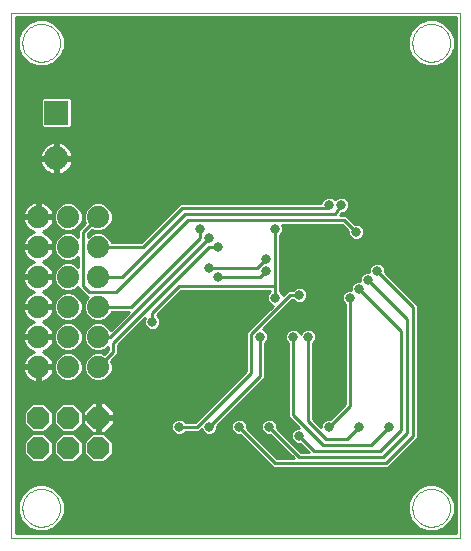
<source format=gbl>
G75*
G70*
%OFA0B0*%
%FSLAX24Y24*%
%IPPOS*%
%LPD*%
%AMOC8*
5,1,8,0,0,1.08239X$1,22.5*
%
%ADD10C,0.0000*%
%ADD11OC8,0.0740*%
%ADD12C,0.0740*%
%ADD13R,0.0800X0.0800*%
%ADD14C,0.0800*%
%ADD15C,0.0100*%
%ADD16C,0.0317*%
D10*
X000450Y000550D02*
X000450Y018046D01*
X015420Y018046D01*
X015420Y000550D01*
X000450Y000550D01*
X000820Y001550D02*
X000822Y001600D01*
X000828Y001650D01*
X000838Y001699D01*
X000852Y001747D01*
X000869Y001794D01*
X000890Y001839D01*
X000915Y001883D01*
X000943Y001924D01*
X000975Y001963D01*
X001009Y002000D01*
X001046Y002034D01*
X001086Y002064D01*
X001128Y002091D01*
X001172Y002115D01*
X001218Y002136D01*
X001265Y002152D01*
X001313Y002165D01*
X001363Y002174D01*
X001412Y002179D01*
X001463Y002180D01*
X001513Y002177D01*
X001562Y002170D01*
X001611Y002159D01*
X001659Y002144D01*
X001705Y002126D01*
X001750Y002104D01*
X001793Y002078D01*
X001834Y002049D01*
X001873Y002017D01*
X001909Y001982D01*
X001941Y001944D01*
X001971Y001904D01*
X001998Y001861D01*
X002021Y001817D01*
X002040Y001771D01*
X002056Y001723D01*
X002068Y001674D01*
X002076Y001625D01*
X002080Y001575D01*
X002080Y001525D01*
X002076Y001475D01*
X002068Y001426D01*
X002056Y001377D01*
X002040Y001329D01*
X002021Y001283D01*
X001998Y001239D01*
X001971Y001196D01*
X001941Y001156D01*
X001909Y001118D01*
X001873Y001083D01*
X001834Y001051D01*
X001793Y001022D01*
X001750Y000996D01*
X001705Y000974D01*
X001659Y000956D01*
X001611Y000941D01*
X001562Y000930D01*
X001513Y000923D01*
X001463Y000920D01*
X001412Y000921D01*
X001363Y000926D01*
X001313Y000935D01*
X001265Y000948D01*
X001218Y000964D01*
X001172Y000985D01*
X001128Y001009D01*
X001086Y001036D01*
X001046Y001066D01*
X001009Y001100D01*
X000975Y001137D01*
X000943Y001176D01*
X000915Y001217D01*
X000890Y001261D01*
X000869Y001306D01*
X000852Y001353D01*
X000838Y001401D01*
X000828Y001450D01*
X000822Y001500D01*
X000820Y001550D01*
X000820Y017050D02*
X000822Y017100D01*
X000828Y017150D01*
X000838Y017199D01*
X000852Y017247D01*
X000869Y017294D01*
X000890Y017339D01*
X000915Y017383D01*
X000943Y017424D01*
X000975Y017463D01*
X001009Y017500D01*
X001046Y017534D01*
X001086Y017564D01*
X001128Y017591D01*
X001172Y017615D01*
X001218Y017636D01*
X001265Y017652D01*
X001313Y017665D01*
X001363Y017674D01*
X001412Y017679D01*
X001463Y017680D01*
X001513Y017677D01*
X001562Y017670D01*
X001611Y017659D01*
X001659Y017644D01*
X001705Y017626D01*
X001750Y017604D01*
X001793Y017578D01*
X001834Y017549D01*
X001873Y017517D01*
X001909Y017482D01*
X001941Y017444D01*
X001971Y017404D01*
X001998Y017361D01*
X002021Y017317D01*
X002040Y017271D01*
X002056Y017223D01*
X002068Y017174D01*
X002076Y017125D01*
X002080Y017075D01*
X002080Y017025D01*
X002076Y016975D01*
X002068Y016926D01*
X002056Y016877D01*
X002040Y016829D01*
X002021Y016783D01*
X001998Y016739D01*
X001971Y016696D01*
X001941Y016656D01*
X001909Y016618D01*
X001873Y016583D01*
X001834Y016551D01*
X001793Y016522D01*
X001750Y016496D01*
X001705Y016474D01*
X001659Y016456D01*
X001611Y016441D01*
X001562Y016430D01*
X001513Y016423D01*
X001463Y016420D01*
X001412Y016421D01*
X001363Y016426D01*
X001313Y016435D01*
X001265Y016448D01*
X001218Y016464D01*
X001172Y016485D01*
X001128Y016509D01*
X001086Y016536D01*
X001046Y016566D01*
X001009Y016600D01*
X000975Y016637D01*
X000943Y016676D01*
X000915Y016717D01*
X000890Y016761D01*
X000869Y016806D01*
X000852Y016853D01*
X000838Y016901D01*
X000828Y016950D01*
X000822Y017000D01*
X000820Y017050D01*
X013820Y017050D02*
X013822Y017100D01*
X013828Y017150D01*
X013838Y017199D01*
X013852Y017247D01*
X013869Y017294D01*
X013890Y017339D01*
X013915Y017383D01*
X013943Y017424D01*
X013975Y017463D01*
X014009Y017500D01*
X014046Y017534D01*
X014086Y017564D01*
X014128Y017591D01*
X014172Y017615D01*
X014218Y017636D01*
X014265Y017652D01*
X014313Y017665D01*
X014363Y017674D01*
X014412Y017679D01*
X014463Y017680D01*
X014513Y017677D01*
X014562Y017670D01*
X014611Y017659D01*
X014659Y017644D01*
X014705Y017626D01*
X014750Y017604D01*
X014793Y017578D01*
X014834Y017549D01*
X014873Y017517D01*
X014909Y017482D01*
X014941Y017444D01*
X014971Y017404D01*
X014998Y017361D01*
X015021Y017317D01*
X015040Y017271D01*
X015056Y017223D01*
X015068Y017174D01*
X015076Y017125D01*
X015080Y017075D01*
X015080Y017025D01*
X015076Y016975D01*
X015068Y016926D01*
X015056Y016877D01*
X015040Y016829D01*
X015021Y016783D01*
X014998Y016739D01*
X014971Y016696D01*
X014941Y016656D01*
X014909Y016618D01*
X014873Y016583D01*
X014834Y016551D01*
X014793Y016522D01*
X014750Y016496D01*
X014705Y016474D01*
X014659Y016456D01*
X014611Y016441D01*
X014562Y016430D01*
X014513Y016423D01*
X014463Y016420D01*
X014412Y016421D01*
X014363Y016426D01*
X014313Y016435D01*
X014265Y016448D01*
X014218Y016464D01*
X014172Y016485D01*
X014128Y016509D01*
X014086Y016536D01*
X014046Y016566D01*
X014009Y016600D01*
X013975Y016637D01*
X013943Y016676D01*
X013915Y016717D01*
X013890Y016761D01*
X013869Y016806D01*
X013852Y016853D01*
X013838Y016901D01*
X013828Y016950D01*
X013822Y017000D01*
X013820Y017050D01*
X013820Y001550D02*
X013822Y001600D01*
X013828Y001650D01*
X013838Y001699D01*
X013852Y001747D01*
X013869Y001794D01*
X013890Y001839D01*
X013915Y001883D01*
X013943Y001924D01*
X013975Y001963D01*
X014009Y002000D01*
X014046Y002034D01*
X014086Y002064D01*
X014128Y002091D01*
X014172Y002115D01*
X014218Y002136D01*
X014265Y002152D01*
X014313Y002165D01*
X014363Y002174D01*
X014412Y002179D01*
X014463Y002180D01*
X014513Y002177D01*
X014562Y002170D01*
X014611Y002159D01*
X014659Y002144D01*
X014705Y002126D01*
X014750Y002104D01*
X014793Y002078D01*
X014834Y002049D01*
X014873Y002017D01*
X014909Y001982D01*
X014941Y001944D01*
X014971Y001904D01*
X014998Y001861D01*
X015021Y001817D01*
X015040Y001771D01*
X015056Y001723D01*
X015068Y001674D01*
X015076Y001625D01*
X015080Y001575D01*
X015080Y001525D01*
X015076Y001475D01*
X015068Y001426D01*
X015056Y001377D01*
X015040Y001329D01*
X015021Y001283D01*
X014998Y001239D01*
X014971Y001196D01*
X014941Y001156D01*
X014909Y001118D01*
X014873Y001083D01*
X014834Y001051D01*
X014793Y001022D01*
X014750Y000996D01*
X014705Y000974D01*
X014659Y000956D01*
X014611Y000941D01*
X014562Y000930D01*
X014513Y000923D01*
X014463Y000920D01*
X014412Y000921D01*
X014363Y000926D01*
X014313Y000935D01*
X014265Y000948D01*
X014218Y000964D01*
X014172Y000985D01*
X014128Y001009D01*
X014086Y001036D01*
X014046Y001066D01*
X014009Y001100D01*
X013975Y001137D01*
X013943Y001176D01*
X013915Y001217D01*
X013890Y001261D01*
X013869Y001306D01*
X013852Y001353D01*
X013838Y001401D01*
X013828Y001450D01*
X013822Y001500D01*
X013820Y001550D01*
D11*
X003350Y003550D03*
X003350Y004550D03*
X002350Y004550D03*
X002350Y003550D03*
X001350Y003550D03*
X001350Y004550D03*
D12*
X001350Y006250D03*
X001350Y007250D03*
X001350Y008250D03*
X001350Y009250D03*
X001350Y010250D03*
X001350Y011250D03*
X002350Y011250D03*
X002350Y010250D03*
X002350Y009250D03*
X002350Y008250D03*
X002350Y007250D03*
X002350Y006250D03*
X003350Y006250D03*
X003350Y007250D03*
X003350Y008250D03*
X003350Y009250D03*
X003350Y010250D03*
X003350Y011250D03*
D13*
X001950Y014720D03*
D14*
X001950Y013202D03*
D15*
X002000Y013158D02*
X015270Y013158D01*
X015270Y013060D02*
X002482Y013060D01*
X002486Y013073D02*
X002499Y013152D01*
X002000Y013152D01*
X002000Y012653D01*
X002079Y012666D01*
X002161Y012692D01*
X002238Y012732D01*
X002308Y012783D01*
X002370Y012844D01*
X002420Y012914D01*
X002460Y012991D01*
X002486Y013073D01*
X002444Y012961D02*
X015270Y012961D01*
X015270Y012863D02*
X002383Y012863D01*
X002283Y012764D02*
X015270Y012764D01*
X015270Y012666D02*
X002078Y012666D01*
X002000Y012666D02*
X001900Y012666D01*
X001900Y012653D02*
X001900Y013152D01*
X002000Y013152D01*
X002000Y013252D01*
X002499Y013252D01*
X002486Y013331D01*
X002460Y013413D01*
X002420Y013490D01*
X002370Y013560D01*
X002308Y013622D01*
X002238Y013672D01*
X002161Y013712D01*
X002079Y013739D01*
X002000Y013751D01*
X002000Y013252D01*
X001900Y013252D01*
X001900Y013152D01*
X001401Y013152D01*
X001414Y013073D01*
X001440Y012991D01*
X001480Y012914D01*
X001530Y012844D01*
X001592Y012783D01*
X001662Y012732D01*
X001739Y012692D01*
X001821Y012666D01*
X001900Y012653D01*
X001822Y012666D02*
X000600Y012666D01*
X000600Y012764D02*
X001617Y012764D01*
X001517Y012863D02*
X000600Y012863D01*
X000600Y012961D02*
X001456Y012961D01*
X001418Y013060D02*
X000600Y013060D01*
X000600Y013158D02*
X001900Y013158D01*
X001900Y013252D02*
X001401Y013252D01*
X001414Y013331D01*
X001440Y013413D01*
X001480Y013490D01*
X001530Y013560D01*
X001592Y013622D01*
X001662Y013672D01*
X001739Y013712D01*
X001821Y013739D01*
X001900Y013751D01*
X001900Y013252D01*
X001900Y013257D02*
X002000Y013257D01*
X002000Y013355D02*
X001900Y013355D01*
X001900Y013454D02*
X002000Y013454D01*
X002000Y013552D02*
X001900Y013552D01*
X001900Y013651D02*
X002000Y013651D01*
X002000Y013749D02*
X001900Y013749D01*
X001888Y013749D02*
X000600Y013749D01*
X000600Y013651D02*
X001632Y013651D01*
X001524Y013552D02*
X000600Y013552D01*
X000600Y013454D02*
X001461Y013454D01*
X001421Y013355D02*
X000600Y013355D01*
X000600Y013257D02*
X001402Y013257D01*
X001900Y013060D02*
X002000Y013060D01*
X002000Y012961D02*
X001900Y012961D01*
X001900Y012863D02*
X002000Y012863D01*
X002000Y012764D02*
X001900Y012764D01*
X002498Y013257D02*
X015270Y013257D01*
X015270Y013355D02*
X002479Y013355D01*
X002439Y013454D02*
X015270Y013454D01*
X015270Y013552D02*
X002376Y013552D01*
X002268Y013651D02*
X015270Y013651D01*
X015270Y013749D02*
X002012Y013749D01*
X002396Y014210D02*
X002460Y014274D01*
X002460Y015166D01*
X002396Y015230D01*
X001504Y015230D01*
X001440Y015166D01*
X001440Y014274D01*
X001504Y014210D01*
X002396Y014210D01*
X002427Y014242D02*
X015270Y014242D01*
X015270Y014340D02*
X002460Y014340D01*
X002460Y014439D02*
X015270Y014439D01*
X015270Y014537D02*
X002460Y014537D01*
X002460Y014636D02*
X015270Y014636D01*
X015270Y014734D02*
X002460Y014734D01*
X002460Y014833D02*
X015270Y014833D01*
X015270Y014931D02*
X002460Y014931D01*
X002460Y015030D02*
X015270Y015030D01*
X015270Y015128D02*
X002460Y015128D01*
X002399Y015227D02*
X015270Y015227D01*
X015270Y015325D02*
X000600Y015325D01*
X000600Y015227D02*
X001501Y015227D01*
X001440Y015128D02*
X000600Y015128D01*
X000600Y015030D02*
X001440Y015030D01*
X001440Y014931D02*
X000600Y014931D01*
X000600Y014833D02*
X001440Y014833D01*
X001440Y014734D02*
X000600Y014734D01*
X000600Y014636D02*
X001440Y014636D01*
X001440Y014537D02*
X000600Y014537D01*
X000600Y014439D02*
X001440Y014439D01*
X001440Y014340D02*
X000600Y014340D01*
X000600Y014242D02*
X001473Y014242D01*
X000600Y014143D02*
X015270Y014143D01*
X015270Y014045D02*
X000600Y014045D01*
X000600Y013946D02*
X015270Y013946D01*
X015270Y013848D02*
X000600Y013848D01*
X000600Y012567D02*
X015270Y012567D01*
X015270Y012469D02*
X000600Y012469D01*
X000600Y012370D02*
X015270Y012370D01*
X015270Y012272D02*
X000600Y012272D01*
X000600Y012173D02*
X015270Y012173D01*
X015270Y012075D02*
X000600Y012075D01*
X000600Y011976D02*
X015270Y011976D01*
X015270Y011878D02*
X011602Y011878D01*
X011503Y011918D01*
X011397Y011918D01*
X011298Y011878D01*
X011250Y011830D01*
X011202Y011878D01*
X011103Y011918D01*
X010997Y011918D01*
X010898Y011878D01*
X010822Y011802D01*
X010784Y011710D01*
X006084Y011710D01*
X005990Y011616D01*
X004784Y010410D01*
X003803Y010410D01*
X003757Y010522D01*
X003622Y010657D01*
X003445Y010730D01*
X003255Y010730D01*
X003078Y010657D01*
X003010Y010589D01*
X003010Y010684D01*
X003143Y010816D01*
X003255Y010770D01*
X003445Y010770D01*
X003622Y010843D01*
X003757Y010978D01*
X003830Y011155D01*
X003830Y011345D01*
X003757Y011522D01*
X003622Y011657D01*
X003445Y011730D01*
X003255Y011730D01*
X003078Y011657D01*
X002943Y011522D01*
X002870Y011345D01*
X002870Y011155D01*
X002916Y011043D01*
X002784Y010910D01*
X002690Y010816D01*
X002690Y010589D01*
X002622Y010657D01*
X002445Y010730D01*
X002255Y010730D01*
X002078Y010657D01*
X001943Y010522D01*
X001870Y010345D01*
X001870Y010155D01*
X001943Y009978D01*
X002078Y009843D01*
X002255Y009770D01*
X002445Y009770D01*
X002622Y009843D01*
X002690Y009911D01*
X002690Y009589D01*
X002622Y009657D01*
X002445Y009730D01*
X002255Y009730D01*
X002078Y009657D01*
X001943Y009522D01*
X001870Y009345D01*
X001870Y009155D01*
X001943Y008978D01*
X002078Y008843D01*
X002255Y008770D01*
X002445Y008770D01*
X002622Y008843D01*
X002690Y008911D01*
X002690Y008884D01*
X002890Y008684D01*
X002984Y008590D01*
X003011Y008590D01*
X002943Y008522D01*
X002870Y008345D01*
X002870Y008155D01*
X002943Y007978D01*
X003078Y007843D01*
X003255Y007770D01*
X003445Y007770D01*
X003622Y007843D01*
X003757Y007978D01*
X003803Y008090D01*
X004364Y008090D01*
X003768Y007495D01*
X003757Y007522D01*
X003622Y007657D01*
X003445Y007730D01*
X003255Y007730D01*
X003078Y007657D01*
X002943Y007522D01*
X002870Y007345D01*
X002870Y007155D01*
X002943Y006978D01*
X003078Y006843D01*
X003255Y006770D01*
X003445Y006770D01*
X003622Y006843D01*
X003690Y006911D01*
X003690Y006816D01*
X003557Y006684D01*
X003445Y006730D01*
X003255Y006730D01*
X003078Y006657D01*
X002943Y006522D01*
X002870Y006345D01*
X002870Y006155D01*
X002943Y005978D01*
X003078Y005843D01*
X003255Y005770D01*
X003445Y005770D01*
X003622Y005843D01*
X003757Y005978D01*
X003830Y006155D01*
X003830Y006345D01*
X003784Y006457D01*
X004010Y006684D01*
X004010Y006984D01*
X004918Y007892D01*
X004882Y007803D01*
X004882Y007697D01*
X004922Y007598D01*
X004998Y007522D01*
X005097Y007482D01*
X005203Y007482D01*
X005302Y007522D01*
X005378Y007598D01*
X005418Y007697D01*
X005418Y007803D01*
X005378Y007902D01*
X005310Y007970D01*
X005310Y007984D01*
X006116Y008790D01*
X009090Y008790D01*
X009090Y008770D01*
X009022Y008702D01*
X008982Y008603D01*
X008982Y008497D01*
X009022Y008398D01*
X009098Y008322D01*
X009167Y008294D01*
X008290Y007416D01*
X008290Y006116D01*
X006584Y004410D01*
X006270Y004410D01*
X006202Y004478D01*
X006103Y004518D01*
X005997Y004518D01*
X005898Y004478D01*
X005822Y004402D01*
X005782Y004303D01*
X005782Y004197D01*
X005822Y004098D01*
X005898Y004022D01*
X005997Y003982D01*
X006103Y003982D01*
X006202Y004022D01*
X006270Y004090D01*
X006716Y004090D01*
X006794Y004167D01*
X006822Y004098D01*
X006898Y004022D01*
X006997Y003982D01*
X007103Y003982D01*
X007202Y004022D01*
X007278Y004098D01*
X007318Y004197D01*
X007318Y004292D01*
X008910Y005884D01*
X008910Y007030D01*
X008978Y007098D01*
X009018Y007197D01*
X009018Y007303D01*
X008978Y007402D01*
X008902Y007478D01*
X008833Y007506D01*
X009816Y008490D01*
X009830Y008490D01*
X009898Y008422D01*
X009997Y008382D01*
X010103Y008382D01*
X010202Y008422D01*
X010278Y008498D01*
X010318Y008597D01*
X010318Y008703D01*
X010278Y008802D01*
X010202Y008878D01*
X010103Y008918D01*
X009997Y008918D01*
X009898Y008878D01*
X009830Y008810D01*
X009684Y008810D01*
X009590Y008716D01*
X009506Y008633D01*
X009478Y008702D01*
X009410Y008770D01*
X009410Y010630D01*
X009478Y010698D01*
X009518Y010797D01*
X009518Y010903D01*
X009483Y010990D01*
X011484Y010990D01*
X011682Y010792D01*
X011682Y010697D01*
X011722Y010598D01*
X011798Y010522D01*
X011897Y010482D01*
X012003Y010482D01*
X012102Y010522D01*
X012178Y010598D01*
X012218Y010697D01*
X012218Y010803D01*
X012178Y010902D01*
X012102Y010978D01*
X012003Y011018D01*
X011908Y011018D01*
X011710Y011216D01*
X011710Y011216D01*
X011616Y011310D01*
X011416Y011310D01*
X011463Y011382D01*
X011503Y011382D01*
X011602Y011422D01*
X011678Y011498D01*
X011718Y011597D01*
X011718Y011703D01*
X011678Y011802D01*
X011602Y011878D01*
X011687Y011779D02*
X015270Y011779D01*
X015270Y011681D02*
X011718Y011681D01*
X011712Y011582D02*
X015270Y011582D01*
X015270Y011484D02*
X011663Y011484D01*
X011512Y011385D02*
X015270Y011385D01*
X015270Y011287D02*
X011640Y011287D01*
X011738Y011188D02*
X015270Y011188D01*
X015270Y011090D02*
X011837Y011090D01*
X012070Y010991D02*
X015270Y010991D01*
X015270Y010893D02*
X012182Y010893D01*
X012218Y010794D02*
X015270Y010794D01*
X015270Y010696D02*
X012218Y010696D01*
X012177Y010597D02*
X015270Y010597D01*
X015270Y010499D02*
X012044Y010499D01*
X011856Y010499D02*
X009410Y010499D01*
X009410Y010597D02*
X011723Y010597D01*
X011682Y010696D02*
X009475Y010696D01*
X009517Y010794D02*
X011680Y010794D01*
X011581Y010893D02*
X009518Y010893D01*
X009250Y010850D02*
X009250Y008950D01*
X006050Y008950D01*
X005150Y008050D01*
X005150Y007750D01*
X005342Y007938D02*
X008811Y007938D01*
X008910Y008036D02*
X005362Y008036D01*
X005461Y008135D02*
X009008Y008135D01*
X009107Y008233D02*
X005559Y008233D01*
X005658Y008332D02*
X009089Y008332D01*
X009009Y008430D02*
X005756Y008430D01*
X005855Y008529D02*
X008982Y008529D01*
X008991Y008627D02*
X005953Y008627D01*
X006052Y008726D02*
X009046Y008726D01*
X009250Y008550D02*
X009250Y008950D01*
X009410Y008923D02*
X011789Y008923D01*
X011782Y008903D02*
X011782Y008818D01*
X011697Y008818D01*
X011598Y008778D01*
X011522Y008702D01*
X011482Y008603D01*
X011482Y008497D01*
X011522Y008398D01*
X011590Y008330D01*
X011590Y005016D01*
X011092Y004518D01*
X010997Y004518D01*
X010898Y004478D01*
X010822Y004402D01*
X010782Y004303D01*
X010782Y004245D01*
X010510Y004516D01*
X010510Y007030D01*
X010578Y007098D01*
X010618Y007197D01*
X010618Y007303D01*
X010578Y007402D01*
X010502Y007478D01*
X010403Y007518D01*
X010297Y007518D01*
X010198Y007478D01*
X010122Y007402D01*
X010100Y007348D01*
X010078Y007402D01*
X010002Y007478D01*
X009903Y007518D01*
X009797Y007518D01*
X009698Y007478D01*
X009622Y007402D01*
X009582Y007303D01*
X009582Y007197D01*
X009622Y007098D01*
X009690Y007030D01*
X009690Y004584D01*
X010055Y004218D01*
X009997Y004218D01*
X009898Y004178D01*
X009822Y004102D01*
X009782Y004003D01*
X009782Y003897D01*
X009822Y003798D01*
X009898Y003722D01*
X009997Y003682D01*
X010092Y003682D01*
X010364Y003410D01*
X010116Y003410D01*
X009318Y004208D01*
X009318Y004303D01*
X009278Y004402D01*
X009202Y004478D01*
X009103Y004518D01*
X008997Y004518D01*
X008898Y004478D01*
X008822Y004402D01*
X008782Y004303D01*
X008782Y004197D01*
X008822Y004098D01*
X008898Y004022D01*
X008997Y003982D01*
X009092Y003982D01*
X009864Y003210D01*
X009316Y003210D01*
X008318Y004208D01*
X008318Y004303D01*
X008278Y004402D01*
X008202Y004478D01*
X008103Y004518D01*
X007997Y004518D01*
X007898Y004478D01*
X007822Y004402D01*
X007782Y004303D01*
X007782Y004197D01*
X007822Y004098D01*
X007898Y004022D01*
X007997Y003982D01*
X008092Y003982D01*
X009184Y002890D01*
X013016Y002890D01*
X013110Y002984D01*
X014010Y003884D01*
X014010Y008316D01*
X013916Y008410D01*
X012918Y009408D01*
X012918Y009503D01*
X012878Y009602D01*
X012802Y009678D01*
X012703Y009718D01*
X012597Y009718D01*
X012498Y009678D01*
X012422Y009602D01*
X012382Y009503D01*
X012382Y009418D01*
X012297Y009418D01*
X012198Y009378D01*
X012122Y009302D01*
X012082Y009203D01*
X012082Y009118D01*
X011997Y009118D01*
X011898Y009078D01*
X011822Y009002D01*
X011782Y008903D01*
X011782Y008824D02*
X010256Y008824D01*
X010309Y008726D02*
X011546Y008726D01*
X011491Y008627D02*
X010318Y008627D01*
X010290Y008529D02*
X011482Y008529D01*
X011509Y008430D02*
X010210Y008430D01*
X010050Y008650D02*
X009750Y008650D01*
X008450Y007350D01*
X008450Y006050D01*
X006650Y004250D01*
X006050Y004250D01*
X005958Y003998D02*
X003581Y003998D01*
X003565Y004030D02*
X003870Y004335D01*
X003870Y004500D01*
X003400Y004500D01*
X003400Y004600D01*
X003870Y004600D01*
X003870Y004765D01*
X003565Y005070D01*
X003400Y005070D01*
X003400Y004600D01*
X003300Y004600D01*
X003300Y005070D01*
X003135Y005070D01*
X002830Y004765D01*
X002830Y004600D01*
X003300Y004600D01*
X003300Y004500D01*
X003400Y004500D01*
X003400Y004030D01*
X003565Y004030D01*
X003549Y004030D02*
X003151Y004030D01*
X002870Y003749D01*
X002870Y003351D01*
X003151Y003070D01*
X003549Y003070D01*
X003830Y003351D01*
X003830Y003749D01*
X003549Y004030D01*
X003631Y004096D02*
X005824Y004096D01*
X005782Y004195D02*
X003730Y004195D01*
X003828Y004293D02*
X005782Y004293D01*
X005818Y004392D02*
X003870Y004392D01*
X003870Y004490D02*
X005928Y004490D01*
X006172Y004490D02*
X006664Y004490D01*
X006762Y004589D02*
X003400Y004589D01*
X003400Y004687D02*
X003300Y004687D01*
X003300Y004589D02*
X002830Y004589D01*
X002830Y004500D02*
X002830Y004335D01*
X003135Y004030D01*
X003300Y004030D01*
X003300Y004500D01*
X002830Y004500D01*
X002830Y004490D02*
X002830Y004490D01*
X002830Y004392D02*
X002830Y004392D01*
X002830Y004351D02*
X002549Y004070D01*
X002151Y004070D01*
X001870Y004351D01*
X001870Y004749D01*
X002151Y005030D01*
X002549Y005030D01*
X002830Y004749D01*
X002830Y004351D01*
X002872Y004293D02*
X002772Y004293D01*
X002673Y004195D02*
X002970Y004195D01*
X003069Y004096D02*
X002575Y004096D01*
X002549Y004030D02*
X002151Y004030D01*
X001870Y003749D01*
X001870Y003351D01*
X002151Y003070D01*
X002549Y003070D01*
X002830Y003351D01*
X002830Y003749D01*
X002549Y004030D01*
X002581Y003998D02*
X003119Y003998D01*
X003020Y003899D02*
X002680Y003899D01*
X002778Y003801D02*
X002922Y003801D01*
X002870Y003702D02*
X002830Y003702D01*
X002830Y003604D02*
X002870Y003604D01*
X002870Y003505D02*
X002830Y003505D01*
X002830Y003407D02*
X002870Y003407D01*
X002913Y003308D02*
X002787Y003308D01*
X002688Y003210D02*
X003012Y003210D01*
X003110Y003111D02*
X002590Y003111D01*
X002110Y003111D02*
X001590Y003111D01*
X001549Y003070D02*
X001830Y003351D01*
X001830Y003749D01*
X001549Y004030D01*
X001151Y004030D01*
X000870Y003749D01*
X000870Y003351D01*
X001151Y003070D01*
X001549Y003070D01*
X001688Y003210D02*
X002012Y003210D01*
X001913Y003308D02*
X001787Y003308D01*
X001830Y003407D02*
X001870Y003407D01*
X001870Y003505D02*
X001830Y003505D01*
X001830Y003604D02*
X001870Y003604D01*
X001870Y003702D02*
X001830Y003702D01*
X001778Y003801D02*
X001922Y003801D01*
X002020Y003899D02*
X001680Y003899D01*
X001581Y003998D02*
X002119Y003998D01*
X002125Y004096D02*
X001575Y004096D01*
X001549Y004070D02*
X001830Y004351D01*
X001830Y004749D01*
X001549Y005030D01*
X001151Y005030D01*
X000870Y004749D01*
X000870Y004351D01*
X001151Y004070D01*
X001549Y004070D01*
X001673Y004195D02*
X002027Y004195D01*
X001928Y004293D02*
X001772Y004293D01*
X001830Y004392D02*
X001870Y004392D01*
X001870Y004490D02*
X001830Y004490D01*
X001830Y004589D02*
X001870Y004589D01*
X001870Y004687D02*
X001830Y004687D01*
X001793Y004786D02*
X001907Y004786D01*
X002005Y004884D02*
X001695Y004884D01*
X001596Y004983D02*
X002104Y004983D01*
X002596Y004983D02*
X003047Y004983D01*
X002949Y004884D02*
X002695Y004884D01*
X002793Y004786D02*
X002850Y004786D01*
X002830Y004687D02*
X002830Y004687D01*
X003300Y004786D02*
X003400Y004786D01*
X003400Y004884D02*
X003300Y004884D01*
X003300Y004983D02*
X003400Y004983D01*
X003653Y004983D02*
X007156Y004983D01*
X007255Y005081D02*
X000600Y005081D01*
X000600Y004983D02*
X001104Y004983D01*
X001005Y004884D02*
X000600Y004884D01*
X000600Y004786D02*
X000907Y004786D01*
X000870Y004687D02*
X000600Y004687D01*
X000600Y004589D02*
X000870Y004589D01*
X000870Y004490D02*
X000600Y004490D01*
X000600Y004392D02*
X000870Y004392D01*
X000928Y004293D02*
X000600Y004293D01*
X000600Y004195D02*
X001027Y004195D01*
X001125Y004096D02*
X000600Y004096D01*
X000600Y003998D02*
X001119Y003998D01*
X001020Y003899D02*
X000600Y003899D01*
X000600Y003801D02*
X000922Y003801D01*
X000870Y003702D02*
X000600Y003702D01*
X000600Y003604D02*
X000870Y003604D01*
X000870Y003505D02*
X000600Y003505D01*
X000600Y003407D02*
X000870Y003407D01*
X000913Y003308D02*
X000600Y003308D01*
X000600Y003210D02*
X001012Y003210D01*
X001110Y003111D02*
X000600Y003111D01*
X000600Y003013D02*
X009061Y003013D01*
X008963Y003111D02*
X003590Y003111D01*
X003688Y003210D02*
X008864Y003210D01*
X008766Y003308D02*
X003787Y003308D01*
X003830Y003407D02*
X008667Y003407D01*
X008569Y003505D02*
X003830Y003505D01*
X003830Y003604D02*
X008470Y003604D01*
X008372Y003702D02*
X003830Y003702D01*
X003778Y003801D02*
X008273Y003801D01*
X008175Y003899D02*
X003680Y003899D01*
X003400Y004096D02*
X003300Y004096D01*
X003300Y004195D02*
X003400Y004195D01*
X003400Y004293D02*
X003300Y004293D01*
X003300Y004392D02*
X003400Y004392D01*
X003400Y004490D02*
X003300Y004490D01*
X003751Y004884D02*
X007058Y004884D01*
X006959Y004786D02*
X003850Y004786D01*
X003870Y004687D02*
X006861Y004687D01*
X007050Y004250D02*
X008750Y005950D01*
X008750Y007250D01*
X009018Y007248D02*
X009582Y007248D01*
X009599Y007347D02*
X009001Y007347D01*
X008935Y007445D02*
X009665Y007445D01*
X009850Y007250D02*
X009850Y004650D01*
X010850Y003650D01*
X012450Y003650D01*
X013050Y004250D01*
X013450Y004150D02*
X013450Y007450D01*
X012050Y008850D01*
X011841Y009021D02*
X009410Y009021D01*
X009410Y009120D02*
X012082Y009120D01*
X012088Y009218D02*
X009410Y009218D01*
X009410Y009317D02*
X012137Y009317D01*
X012288Y009415D02*
X009410Y009415D01*
X009410Y009514D02*
X012386Y009514D01*
X012432Y009612D02*
X009410Y009612D01*
X009410Y009711D02*
X012578Y009711D01*
X012722Y009711D02*
X015270Y009711D01*
X015270Y009809D02*
X009410Y009809D01*
X009410Y009908D02*
X015270Y009908D01*
X015270Y010006D02*
X009410Y010006D01*
X009410Y010105D02*
X015270Y010105D01*
X015270Y010203D02*
X009410Y010203D01*
X009410Y010302D02*
X015270Y010302D01*
X015270Y010400D02*
X009410Y010400D01*
X008950Y009850D02*
X008650Y009550D01*
X007050Y009550D01*
X007350Y009250D02*
X008750Y009250D01*
X008950Y009450D01*
X009410Y008824D02*
X009844Y008824D01*
X009599Y008726D02*
X009454Y008726D01*
X009756Y008430D02*
X009890Y008430D01*
X009658Y008332D02*
X011589Y008332D01*
X011590Y008233D02*
X009559Y008233D01*
X009461Y008135D02*
X011590Y008135D01*
X011590Y008036D02*
X009362Y008036D01*
X009264Y007938D02*
X011590Y007938D01*
X011590Y007839D02*
X009165Y007839D01*
X009067Y007741D02*
X011590Y007741D01*
X011590Y007642D02*
X008968Y007642D01*
X008870Y007544D02*
X011590Y007544D01*
X011590Y007445D02*
X010535Y007445D01*
X010601Y007347D02*
X011590Y007347D01*
X011590Y007248D02*
X010618Y007248D01*
X010599Y007150D02*
X011590Y007150D01*
X011590Y007051D02*
X010531Y007051D01*
X010510Y006953D02*
X011590Y006953D01*
X011590Y006854D02*
X010510Y006854D01*
X010510Y006756D02*
X011590Y006756D01*
X011590Y006657D02*
X010510Y006657D01*
X010510Y006559D02*
X011590Y006559D01*
X011590Y006460D02*
X010510Y006460D01*
X010510Y006362D02*
X011590Y006362D01*
X011590Y006263D02*
X010510Y006263D01*
X010510Y006165D02*
X011590Y006165D01*
X011590Y006066D02*
X010510Y006066D01*
X010510Y005968D02*
X011590Y005968D01*
X011590Y005869D02*
X010510Y005869D01*
X010510Y005771D02*
X011590Y005771D01*
X011590Y005672D02*
X010510Y005672D01*
X010510Y005574D02*
X011590Y005574D01*
X011590Y005475D02*
X010510Y005475D01*
X010510Y005377D02*
X011590Y005377D01*
X011590Y005278D02*
X010510Y005278D01*
X010510Y005180D02*
X011590Y005180D01*
X011590Y005081D02*
X010510Y005081D01*
X010510Y004983D02*
X011556Y004983D01*
X011458Y004884D02*
X010510Y004884D01*
X010510Y004786D02*
X011359Y004786D01*
X011261Y004687D02*
X010510Y004687D01*
X010510Y004589D02*
X011162Y004589D01*
X010928Y004490D02*
X010536Y004490D01*
X010635Y004392D02*
X010818Y004392D01*
X010782Y004293D02*
X010733Y004293D01*
X011050Y004250D02*
X011750Y004950D01*
X011750Y008550D01*
X012350Y009150D02*
X013650Y007850D01*
X013650Y004050D01*
X012850Y003250D01*
X010050Y003250D01*
X009050Y004250D01*
X008958Y003998D02*
X008529Y003998D01*
X008430Y004096D02*
X008824Y004096D01*
X008782Y004195D02*
X008332Y004195D01*
X008318Y004293D02*
X008782Y004293D01*
X008818Y004392D02*
X008282Y004392D01*
X008172Y004490D02*
X008928Y004490D01*
X009172Y004490D02*
X009784Y004490D01*
X009690Y004589D02*
X007615Y004589D01*
X007713Y004687D02*
X009690Y004687D01*
X009690Y004786D02*
X007812Y004786D01*
X007910Y004884D02*
X009690Y004884D01*
X009690Y004983D02*
X008009Y004983D01*
X008107Y005081D02*
X009690Y005081D01*
X009690Y005180D02*
X008206Y005180D01*
X008304Y005278D02*
X009690Y005278D01*
X009690Y005377D02*
X008403Y005377D01*
X008501Y005475D02*
X009690Y005475D01*
X009690Y005574D02*
X008600Y005574D01*
X008698Y005672D02*
X009690Y005672D01*
X009690Y005771D02*
X008797Y005771D01*
X008895Y005869D02*
X009690Y005869D01*
X009690Y005968D02*
X008910Y005968D01*
X008910Y006066D02*
X009690Y006066D01*
X009690Y006165D02*
X008910Y006165D01*
X008910Y006263D02*
X009690Y006263D01*
X009690Y006362D02*
X008910Y006362D01*
X008910Y006460D02*
X009690Y006460D01*
X009690Y006559D02*
X008910Y006559D01*
X008910Y006657D02*
X009690Y006657D01*
X009690Y006756D02*
X008910Y006756D01*
X008910Y006854D02*
X009690Y006854D01*
X009690Y006953D02*
X008910Y006953D01*
X008931Y007051D02*
X009669Y007051D01*
X009601Y007150D02*
X008999Y007150D01*
X008516Y007642D02*
X005396Y007642D01*
X005418Y007741D02*
X008614Y007741D01*
X008713Y007839D02*
X005404Y007839D01*
X005323Y007544D02*
X008417Y007544D01*
X008319Y007445D02*
X004471Y007445D01*
X004373Y007347D02*
X008290Y007347D01*
X008290Y007248D02*
X004274Y007248D01*
X004176Y007150D02*
X008290Y007150D01*
X008290Y007051D02*
X004077Y007051D01*
X004010Y006953D02*
X008290Y006953D01*
X008290Y006854D02*
X004010Y006854D01*
X004010Y006756D02*
X008290Y006756D01*
X008290Y006657D02*
X003983Y006657D01*
X003885Y006559D02*
X008290Y006559D01*
X008290Y006460D02*
X003786Y006460D01*
X003823Y006362D02*
X008290Y006362D01*
X008290Y006263D02*
X003830Y006263D01*
X003830Y006165D02*
X008290Y006165D01*
X008240Y006066D02*
X003793Y006066D01*
X003746Y005968D02*
X008141Y005968D01*
X008043Y005869D02*
X003648Y005869D01*
X003447Y005771D02*
X007944Y005771D01*
X007846Y005672D02*
X000600Y005672D01*
X000600Y005574D02*
X007747Y005574D01*
X007649Y005475D02*
X000600Y005475D01*
X000600Y005377D02*
X007550Y005377D01*
X007452Y005278D02*
X000600Y005278D01*
X000600Y005180D02*
X007353Y005180D01*
X007516Y004490D02*
X007928Y004490D01*
X007818Y004392D02*
X007418Y004392D01*
X007319Y004293D02*
X007782Y004293D01*
X007782Y004195D02*
X007318Y004195D01*
X007276Y004096D02*
X007824Y004096D01*
X007958Y003998D02*
X007142Y003998D01*
X006958Y003998D02*
X006142Y003998D01*
X006722Y004096D02*
X006824Y004096D01*
X008050Y004250D02*
X009250Y003050D01*
X012950Y003050D01*
X013850Y003950D01*
X013850Y008250D01*
X012650Y009450D01*
X012868Y009612D02*
X015270Y009612D01*
X015270Y009514D02*
X012914Y009514D01*
X012918Y009415D02*
X015270Y009415D01*
X015270Y009317D02*
X013010Y009317D01*
X013108Y009218D02*
X015270Y009218D01*
X015270Y009120D02*
X013207Y009120D01*
X013305Y009021D02*
X015270Y009021D01*
X015270Y008923D02*
X013404Y008923D01*
X013502Y008824D02*
X015270Y008824D01*
X015270Y008726D02*
X013601Y008726D01*
X013699Y008627D02*
X015270Y008627D01*
X015270Y008529D02*
X013798Y008529D01*
X013896Y008430D02*
X015270Y008430D01*
X015270Y008332D02*
X013995Y008332D01*
X014010Y008233D02*
X015270Y008233D01*
X015270Y008135D02*
X014010Y008135D01*
X014010Y008036D02*
X015270Y008036D01*
X015270Y007938D02*
X014010Y007938D01*
X014010Y007839D02*
X015270Y007839D01*
X015270Y007741D02*
X014010Y007741D01*
X014010Y007642D02*
X015270Y007642D01*
X015270Y007544D02*
X014010Y007544D01*
X014010Y007445D02*
X015270Y007445D01*
X015270Y007347D02*
X014010Y007347D01*
X014010Y007248D02*
X015270Y007248D01*
X015270Y007150D02*
X014010Y007150D01*
X014010Y007051D02*
X015270Y007051D01*
X015270Y006953D02*
X014010Y006953D01*
X014010Y006854D02*
X015270Y006854D01*
X015270Y006756D02*
X014010Y006756D01*
X014010Y006657D02*
X015270Y006657D01*
X015270Y006559D02*
X014010Y006559D01*
X014010Y006460D02*
X015270Y006460D01*
X015270Y006362D02*
X014010Y006362D01*
X014010Y006263D02*
X015270Y006263D01*
X015270Y006165D02*
X014010Y006165D01*
X014010Y006066D02*
X015270Y006066D01*
X015270Y005968D02*
X014010Y005968D01*
X014010Y005869D02*
X015270Y005869D01*
X015270Y005771D02*
X014010Y005771D01*
X014010Y005672D02*
X015270Y005672D01*
X015270Y005574D02*
X014010Y005574D01*
X014010Y005475D02*
X015270Y005475D01*
X015270Y005377D02*
X014010Y005377D01*
X014010Y005278D02*
X015270Y005278D01*
X015270Y005180D02*
X014010Y005180D01*
X014010Y005081D02*
X015270Y005081D01*
X015270Y004983D02*
X014010Y004983D01*
X014010Y004884D02*
X015270Y004884D01*
X015270Y004786D02*
X014010Y004786D01*
X014010Y004687D02*
X015270Y004687D01*
X015270Y004589D02*
X014010Y004589D01*
X014010Y004490D02*
X015270Y004490D01*
X015270Y004392D02*
X014010Y004392D01*
X014010Y004293D02*
X015270Y004293D01*
X015270Y004195D02*
X014010Y004195D01*
X014010Y004096D02*
X015270Y004096D01*
X015270Y003998D02*
X014010Y003998D01*
X014010Y003899D02*
X015270Y003899D01*
X015270Y003801D02*
X013927Y003801D01*
X013828Y003702D02*
X015270Y003702D01*
X015270Y003604D02*
X013730Y003604D01*
X013631Y003505D02*
X015270Y003505D01*
X015270Y003407D02*
X013533Y003407D01*
X013434Y003308D02*
X015270Y003308D01*
X015270Y003210D02*
X013336Y003210D01*
X013237Y003111D02*
X015270Y003111D01*
X015270Y003013D02*
X013139Y003013D01*
X013040Y002914D02*
X015270Y002914D01*
X015270Y002816D02*
X000600Y002816D01*
X000600Y002914D02*
X009160Y002914D01*
X009218Y003308D02*
X009766Y003308D01*
X009667Y003407D02*
X009120Y003407D01*
X009021Y003505D02*
X009569Y003505D01*
X009470Y003604D02*
X008923Y003604D01*
X008824Y003702D02*
X009372Y003702D01*
X009273Y003801D02*
X008726Y003801D01*
X008627Y003899D02*
X009175Y003899D01*
X009332Y004195D02*
X009939Y004195D01*
X009981Y004293D02*
X009318Y004293D01*
X009282Y004392D02*
X009882Y004392D01*
X009820Y004096D02*
X009430Y004096D01*
X009529Y003998D02*
X009782Y003998D01*
X009782Y003899D02*
X009627Y003899D01*
X009726Y003801D02*
X009821Y003801D01*
X009824Y003702D02*
X009947Y003702D01*
X009923Y003604D02*
X010170Y003604D01*
X010269Y003505D02*
X010021Y003505D01*
X010050Y003950D02*
X010550Y003450D01*
X012750Y003450D01*
X013450Y004150D01*
X012050Y004250D02*
X011650Y003850D01*
X010950Y003850D01*
X010350Y004450D01*
X010350Y007250D01*
X010165Y007445D02*
X010035Y007445D01*
X007350Y010250D02*
X007050Y010250D01*
X003850Y007050D01*
X003850Y006750D01*
X003350Y006250D01*
X003052Y005869D02*
X002648Y005869D01*
X002622Y005843D02*
X002757Y005978D01*
X002830Y006155D01*
X002830Y006345D01*
X002757Y006522D01*
X002622Y006657D01*
X002445Y006730D01*
X002255Y006730D01*
X002078Y006657D01*
X001943Y006522D01*
X001870Y006345D01*
X001870Y006155D01*
X001943Y005978D01*
X002078Y005843D01*
X002255Y005770D01*
X002445Y005770D01*
X002622Y005843D01*
X002746Y005968D02*
X002954Y005968D01*
X002907Y006066D02*
X002793Y006066D01*
X002830Y006165D02*
X002870Y006165D01*
X002870Y006263D02*
X002830Y006263D01*
X002823Y006362D02*
X002877Y006362D01*
X002917Y006460D02*
X002783Y006460D01*
X002720Y006559D02*
X002980Y006559D01*
X003078Y006657D02*
X002622Y006657D01*
X002622Y006843D02*
X002445Y006770D01*
X002255Y006770D01*
X002078Y006843D01*
X001943Y006978D01*
X001870Y007155D01*
X001870Y007345D01*
X001943Y007522D01*
X002078Y007657D01*
X002255Y007730D01*
X002445Y007730D01*
X002622Y007657D01*
X002757Y007522D01*
X002830Y007345D01*
X002830Y007155D01*
X002757Y006978D01*
X002622Y006843D01*
X002633Y006854D02*
X003067Y006854D01*
X002969Y006953D02*
X002731Y006953D01*
X002787Y007051D02*
X002913Y007051D01*
X002872Y007150D02*
X002828Y007150D01*
X002830Y007248D02*
X002870Y007248D01*
X002870Y007347D02*
X002830Y007347D01*
X002789Y007445D02*
X002911Y007445D01*
X002965Y007544D02*
X002735Y007544D01*
X002637Y007642D02*
X003063Y007642D01*
X003088Y007839D02*
X002612Y007839D01*
X002622Y007843D02*
X002757Y007978D01*
X002830Y008155D01*
X002830Y008345D01*
X002757Y008522D01*
X002622Y008657D01*
X002445Y008730D01*
X002255Y008730D01*
X002078Y008657D01*
X001943Y008522D01*
X001870Y008345D01*
X001870Y008155D01*
X001943Y007978D01*
X002078Y007843D01*
X002255Y007770D01*
X002445Y007770D01*
X002622Y007843D01*
X002716Y007938D02*
X002984Y007938D01*
X002919Y008036D02*
X002781Y008036D01*
X002822Y008135D02*
X002878Y008135D01*
X002870Y008233D02*
X002830Y008233D01*
X002830Y008332D02*
X002870Y008332D01*
X002905Y008430D02*
X002795Y008430D01*
X002750Y008529D02*
X002950Y008529D01*
X002947Y008627D02*
X002652Y008627D01*
X002576Y008824D02*
X002750Y008824D01*
X002848Y008726D02*
X002456Y008726D01*
X002244Y008726D02*
X001562Y008726D01*
X001550Y008732D02*
X001494Y008750D01*
X001550Y008768D01*
X001623Y008805D01*
X001689Y008853D01*
X001747Y008911D01*
X001795Y008977D01*
X001832Y009050D01*
X001857Y009128D01*
X001869Y009200D01*
X001400Y009200D01*
X001400Y009300D01*
X001869Y009300D01*
X001857Y009372D01*
X001832Y009450D01*
X001795Y009523D01*
X001747Y009589D01*
X001689Y009647D01*
X001623Y009695D01*
X001550Y009732D01*
X001494Y009750D01*
X001550Y009768D01*
X001623Y009805D01*
X001689Y009853D01*
X001747Y009911D01*
X001795Y009977D01*
X001832Y010050D01*
X001857Y010128D01*
X001869Y010200D01*
X001400Y010200D01*
X001400Y010300D01*
X001869Y010300D01*
X001857Y010372D01*
X001832Y010450D01*
X001795Y010523D01*
X001747Y010589D01*
X001689Y010647D01*
X001623Y010695D01*
X001550Y010732D01*
X001494Y010750D01*
X001550Y010768D01*
X001623Y010805D01*
X001689Y010853D01*
X001747Y010911D01*
X001795Y010977D01*
X001832Y011050D01*
X001857Y011128D01*
X001869Y011200D01*
X001400Y011200D01*
X001400Y011300D01*
X001300Y011300D01*
X001300Y011769D01*
X001228Y011757D01*
X001150Y011732D01*
X001077Y011695D01*
X001011Y011647D01*
X000953Y011589D01*
X000905Y011523D01*
X000868Y011450D01*
X000843Y011372D01*
X000831Y011300D01*
X001300Y011300D01*
X001300Y011200D01*
X000831Y011200D01*
X000843Y011128D01*
X000868Y011050D01*
X000905Y010977D01*
X000953Y010911D01*
X001011Y010853D01*
X001077Y010805D01*
X001150Y010768D01*
X001206Y010750D01*
X001150Y010732D01*
X001077Y010695D01*
X001011Y010647D01*
X000953Y010589D01*
X000905Y010523D01*
X000868Y010450D01*
X000843Y010372D01*
X000831Y010300D01*
X001300Y010300D01*
X001300Y010200D01*
X000831Y010200D01*
X000843Y010128D01*
X000868Y010050D01*
X000905Y009977D01*
X000953Y009911D01*
X001011Y009853D01*
X001077Y009805D01*
X001150Y009768D01*
X001206Y009750D01*
X001150Y009732D01*
X001077Y009695D01*
X001011Y009647D01*
X000953Y009589D01*
X000905Y009523D01*
X000868Y009450D01*
X000843Y009372D01*
X000831Y009300D01*
X001300Y009300D01*
X001300Y009200D01*
X000831Y009200D01*
X000843Y009128D01*
X000868Y009050D01*
X000905Y008977D01*
X000953Y008911D01*
X001011Y008853D01*
X001077Y008805D01*
X001150Y008768D01*
X001206Y008750D01*
X001150Y008732D01*
X001077Y008695D01*
X001011Y008647D01*
X000953Y008589D01*
X000905Y008523D01*
X000868Y008450D01*
X000843Y008372D01*
X000831Y008300D01*
X001300Y008300D01*
X001300Y008200D01*
X000831Y008200D01*
X000843Y008128D01*
X000868Y008050D01*
X000905Y007977D01*
X000953Y007911D01*
X001011Y007853D01*
X001077Y007805D01*
X001150Y007768D01*
X001206Y007750D01*
X001150Y007732D01*
X001077Y007695D01*
X001011Y007647D01*
X000953Y007589D01*
X000905Y007523D01*
X000868Y007450D01*
X000843Y007372D01*
X000831Y007300D01*
X001300Y007300D01*
X001300Y007200D01*
X000831Y007200D01*
X000843Y007128D01*
X000868Y007050D01*
X000905Y006977D01*
X000953Y006911D01*
X001011Y006853D01*
X001077Y006805D01*
X001150Y006768D01*
X001206Y006750D01*
X001150Y006732D01*
X001077Y006695D01*
X001011Y006647D01*
X000953Y006589D01*
X000905Y006523D01*
X000868Y006450D01*
X000843Y006372D01*
X000831Y006300D01*
X001300Y006300D01*
X001300Y006200D01*
X000831Y006200D01*
X000843Y006128D01*
X000868Y006050D01*
X000905Y005977D01*
X000953Y005911D01*
X001011Y005853D01*
X001077Y005805D01*
X001150Y005768D01*
X001228Y005743D01*
X001300Y005731D01*
X001300Y006200D01*
X001400Y006200D01*
X001400Y006300D01*
X001869Y006300D01*
X001857Y006372D01*
X001832Y006450D01*
X001795Y006523D01*
X001747Y006589D01*
X001689Y006647D01*
X001623Y006695D01*
X001550Y006732D01*
X001494Y006750D01*
X001550Y006768D01*
X001623Y006805D01*
X001689Y006853D01*
X001747Y006911D01*
X001795Y006977D01*
X001832Y007050D01*
X001857Y007128D01*
X001869Y007200D01*
X001400Y007200D01*
X001400Y007300D01*
X001869Y007300D01*
X001857Y007372D01*
X001832Y007450D01*
X001795Y007523D01*
X001747Y007589D01*
X001689Y007647D01*
X001623Y007695D01*
X001550Y007732D01*
X001494Y007750D01*
X001550Y007768D01*
X001623Y007805D01*
X001689Y007853D01*
X001747Y007911D01*
X001795Y007977D01*
X001832Y008050D01*
X001857Y008128D01*
X001869Y008200D01*
X001400Y008200D01*
X001400Y008300D01*
X001869Y008300D01*
X001857Y008372D01*
X001832Y008450D01*
X001795Y008523D01*
X001747Y008589D01*
X001689Y008647D01*
X001623Y008695D01*
X001550Y008732D01*
X001648Y008824D02*
X002124Y008824D01*
X001999Y008923D02*
X001755Y008923D01*
X001817Y009021D02*
X001925Y009021D01*
X001884Y009120D02*
X001854Y009120D01*
X001870Y009218D02*
X001400Y009218D01*
X001300Y009218D02*
X000600Y009218D01*
X000600Y009120D02*
X000846Y009120D01*
X000883Y009021D02*
X000600Y009021D01*
X000600Y008923D02*
X000945Y008923D01*
X001052Y008824D02*
X000600Y008824D01*
X000600Y008726D02*
X001138Y008726D01*
X000992Y008627D02*
X000600Y008627D01*
X000600Y008529D02*
X000910Y008529D01*
X000862Y008430D02*
X000600Y008430D01*
X000600Y008332D02*
X000836Y008332D01*
X000842Y008135D02*
X000600Y008135D01*
X000600Y008233D02*
X001300Y008233D01*
X001400Y008233D02*
X001870Y008233D01*
X001864Y008332D02*
X001870Y008332D01*
X001838Y008430D02*
X001905Y008430D01*
X001950Y008529D02*
X001790Y008529D01*
X001708Y008627D02*
X002048Y008627D01*
X001878Y008135D02*
X001858Y008135D01*
X001825Y008036D02*
X001919Y008036D01*
X001984Y007938D02*
X001766Y007938D01*
X001669Y007839D02*
X002088Y007839D01*
X002063Y007642D02*
X001693Y007642D01*
X001780Y007544D02*
X001965Y007544D01*
X001911Y007445D02*
X001833Y007445D01*
X001861Y007347D02*
X001870Y007347D01*
X001870Y007248D02*
X001400Y007248D01*
X001300Y007248D02*
X000600Y007248D01*
X000600Y007150D02*
X000839Y007150D01*
X000868Y007051D02*
X000600Y007051D01*
X000600Y006953D02*
X000923Y006953D01*
X001011Y006854D02*
X000600Y006854D01*
X000600Y006756D02*
X001189Y006756D01*
X001026Y006657D02*
X000600Y006657D01*
X000600Y006559D02*
X000931Y006559D01*
X000873Y006460D02*
X000600Y006460D01*
X000600Y006362D02*
X000841Y006362D01*
X000837Y006165D02*
X000600Y006165D01*
X000600Y006263D02*
X001300Y006263D01*
X001350Y006250D02*
X001650Y006250D01*
X001870Y006263D02*
X001400Y006263D01*
X001400Y006200D02*
X001869Y006200D01*
X001857Y006128D01*
X001832Y006050D01*
X001795Y005977D01*
X001747Y005911D01*
X001689Y005853D01*
X001623Y005805D01*
X001550Y005768D01*
X001472Y005743D01*
X001400Y005731D01*
X001400Y006200D01*
X001400Y006165D02*
X001300Y006165D01*
X001300Y006066D02*
X001400Y006066D01*
X001400Y005968D02*
X001300Y005968D01*
X001300Y005869D02*
X001400Y005869D01*
X001400Y005771D02*
X001300Y005771D01*
X001146Y005771D02*
X000600Y005771D01*
X000600Y005869D02*
X000996Y005869D01*
X000912Y005968D02*
X000600Y005968D01*
X000600Y006066D02*
X000863Y006066D01*
X001554Y005771D02*
X002253Y005771D01*
X002447Y005771D02*
X003253Y005771D01*
X003629Y006756D02*
X001511Y006756D01*
X001674Y006657D02*
X002078Y006657D01*
X001980Y006559D02*
X001769Y006559D01*
X001827Y006460D02*
X001917Y006460D01*
X001877Y006362D02*
X001859Y006362D01*
X001863Y006165D02*
X001870Y006165D01*
X001837Y006066D02*
X001907Y006066D01*
X001954Y005968D02*
X001788Y005968D01*
X001704Y005869D02*
X002052Y005869D01*
X002067Y006854D02*
X001689Y006854D01*
X001777Y006953D02*
X001969Y006953D01*
X001913Y007051D02*
X001832Y007051D01*
X001861Y007150D02*
X001872Y007150D01*
X001523Y007741D02*
X004014Y007741D01*
X004113Y007839D02*
X003612Y007839D01*
X003716Y007938D02*
X004211Y007938D01*
X004310Y008036D02*
X003781Y008036D01*
X003916Y007642D02*
X003637Y007642D01*
X003735Y007544D02*
X003817Y007544D01*
X003750Y007250D02*
X007050Y010550D01*
X006750Y010550D02*
X006750Y010850D01*
X006750Y010550D02*
X004450Y008250D01*
X003350Y008250D01*
X003050Y008750D02*
X003950Y008750D01*
X006350Y011150D01*
X011550Y011150D01*
X011950Y010750D01*
X011250Y011350D02*
X011450Y011650D01*
X011298Y011878D02*
X011202Y011878D01*
X011050Y011650D02*
X010950Y011550D01*
X006150Y011550D01*
X004850Y010250D01*
X003350Y010250D01*
X003171Y010696D02*
X003022Y010696D01*
X003010Y010597D02*
X003018Y010597D01*
X003120Y010794D02*
X003197Y010794D01*
X003503Y010794D02*
X005168Y010794D01*
X005266Y010893D02*
X003671Y010893D01*
X003762Y010991D02*
X005365Y010991D01*
X005463Y011090D02*
X003803Y011090D01*
X003830Y011188D02*
X005562Y011188D01*
X005660Y011287D02*
X003830Y011287D01*
X003814Y011385D02*
X005759Y011385D01*
X005857Y011484D02*
X003773Y011484D01*
X003697Y011582D02*
X005956Y011582D01*
X005990Y011616D02*
X005990Y011616D01*
X006054Y011681D02*
X003565Y011681D01*
X003135Y011681D02*
X002565Y011681D01*
X002622Y011657D02*
X002445Y011730D01*
X002255Y011730D01*
X002078Y011657D01*
X001943Y011522D01*
X001870Y011345D01*
X001870Y011155D01*
X001943Y010978D01*
X002078Y010843D01*
X002255Y010770D01*
X002445Y010770D01*
X002622Y010843D01*
X002757Y010978D01*
X002830Y011155D01*
X002830Y011345D01*
X002757Y011522D01*
X002622Y011657D01*
X002697Y011582D02*
X003003Y011582D01*
X002927Y011484D02*
X002773Y011484D01*
X002814Y011385D02*
X002886Y011385D01*
X002870Y011287D02*
X002830Y011287D01*
X002830Y011188D02*
X002870Y011188D01*
X002897Y011090D02*
X002803Y011090D01*
X002762Y010991D02*
X002865Y010991D01*
X002766Y010893D02*
X002671Y010893D01*
X002690Y010794D02*
X002503Y010794D01*
X002529Y010696D02*
X002690Y010696D01*
X002682Y010597D02*
X002690Y010597D01*
X002850Y010750D02*
X002850Y008950D01*
X003050Y008750D01*
X003350Y009250D02*
X004150Y009250D01*
X006250Y011350D01*
X011250Y011350D01*
X010813Y011779D02*
X000600Y011779D01*
X000600Y011681D02*
X001058Y011681D01*
X000948Y011582D02*
X000600Y011582D01*
X000600Y011484D02*
X000885Y011484D01*
X000847Y011385D02*
X000600Y011385D01*
X000600Y011287D02*
X001300Y011287D01*
X001300Y011385D02*
X001400Y011385D01*
X001400Y011300D02*
X001400Y011769D01*
X001472Y011757D01*
X001550Y011732D01*
X001623Y011695D01*
X001689Y011647D01*
X001747Y011589D01*
X001795Y011523D01*
X001832Y011450D01*
X001857Y011372D01*
X001869Y011300D01*
X001400Y011300D01*
X001400Y011287D02*
X001870Y011287D01*
X001867Y011188D02*
X001870Y011188D01*
X001845Y011090D02*
X001897Y011090D01*
X001938Y010991D02*
X001802Y010991D01*
X001728Y010893D02*
X002029Y010893D01*
X002197Y010794D02*
X001600Y010794D01*
X001621Y010696D02*
X002171Y010696D01*
X002018Y010597D02*
X001738Y010597D01*
X001807Y010499D02*
X001933Y010499D01*
X001893Y010400D02*
X001848Y010400D01*
X001868Y010302D02*
X001870Y010302D01*
X001870Y010203D02*
X001400Y010203D01*
X001300Y010203D02*
X000600Y010203D01*
X000600Y010105D02*
X000851Y010105D01*
X000891Y010006D02*
X000600Y010006D01*
X000600Y009908D02*
X000957Y009908D01*
X001072Y009809D02*
X000600Y009809D01*
X000600Y009711D02*
X001108Y009711D01*
X000977Y009612D02*
X000600Y009612D01*
X000600Y009514D02*
X000901Y009514D01*
X000857Y009415D02*
X000600Y009415D01*
X000600Y009317D02*
X000834Y009317D01*
X001592Y009711D02*
X002208Y009711D01*
X002160Y009809D02*
X001628Y009809D01*
X001743Y009908D02*
X002014Y009908D01*
X001932Y010006D02*
X001809Y010006D01*
X001849Y010105D02*
X001891Y010105D01*
X002033Y009612D02*
X001723Y009612D01*
X001799Y009514D02*
X001940Y009514D01*
X001899Y009415D02*
X001843Y009415D01*
X001866Y009317D02*
X001870Y009317D01*
X002492Y009711D02*
X002690Y009711D01*
X002690Y009809D02*
X002540Y009809D01*
X002686Y009908D02*
X002690Y009908D01*
X002667Y009612D02*
X002690Y009612D01*
X003529Y010696D02*
X005069Y010696D01*
X004971Y010597D02*
X003682Y010597D01*
X003767Y010499D02*
X004872Y010499D01*
X003350Y011250D02*
X002850Y010750D01*
X002135Y011681D02*
X001642Y011681D01*
X001752Y011582D02*
X002003Y011582D01*
X001927Y011484D02*
X001815Y011484D01*
X001853Y011385D02*
X001886Y011385D01*
X001400Y011484D02*
X001300Y011484D01*
X001300Y011582D02*
X001400Y011582D01*
X001400Y011681D02*
X001300Y011681D01*
X000833Y011188D02*
X000600Y011188D01*
X000600Y011090D02*
X000855Y011090D01*
X000898Y010991D02*
X000600Y010991D01*
X000600Y010893D02*
X000972Y010893D01*
X001099Y010794D02*
X000600Y010794D01*
X000600Y010696D02*
X001079Y010696D01*
X000962Y010597D02*
X000600Y010597D01*
X000600Y010499D02*
X000893Y010499D01*
X000852Y010400D02*
X000600Y010400D01*
X000600Y010302D02*
X000832Y010302D01*
X000600Y011878D02*
X010898Y011878D01*
X014008Y016389D02*
X014295Y016270D01*
X014605Y016270D01*
X014892Y016389D01*
X015111Y016608D01*
X015230Y016895D01*
X015230Y017205D01*
X015111Y017492D01*
X015270Y017492D01*
X015270Y017394D02*
X015152Y017394D01*
X015111Y017492D02*
X014892Y017711D01*
X014605Y017830D01*
X014295Y017830D01*
X014008Y017711D01*
X013789Y017492D01*
X002111Y017492D01*
X001892Y017711D01*
X001605Y017830D01*
X001295Y017830D01*
X001008Y017711D01*
X000789Y017492D01*
X000600Y017492D01*
X000600Y017394D02*
X000748Y017394D01*
X000789Y017492D02*
X000670Y017205D01*
X000670Y016895D01*
X000789Y016608D01*
X001008Y016389D01*
X001295Y016270D01*
X001605Y016270D01*
X001892Y016389D01*
X002111Y016608D01*
X002230Y016895D01*
X002230Y017205D01*
X002111Y017492D01*
X002152Y017394D02*
X013748Y017394D01*
X013789Y017492D02*
X013670Y017205D01*
X013670Y016895D01*
X013789Y016608D01*
X014008Y016389D01*
X013988Y016409D02*
X001912Y016409D01*
X002010Y016507D02*
X013890Y016507D01*
X013791Y016606D02*
X002109Y016606D01*
X002151Y016704D02*
X013749Y016704D01*
X013708Y016803D02*
X002192Y016803D01*
X002230Y016901D02*
X013670Y016901D01*
X013670Y017000D02*
X002230Y017000D01*
X002230Y017098D02*
X013670Y017098D01*
X013670Y017197D02*
X002230Y017197D01*
X002193Y017295D02*
X013707Y017295D01*
X013888Y017591D02*
X002012Y017591D01*
X001914Y017689D02*
X013986Y017689D01*
X014193Y017788D02*
X001707Y017788D01*
X001193Y017788D02*
X000600Y017788D01*
X000600Y017886D02*
X015270Y017886D01*
X015270Y017896D02*
X000600Y017896D01*
X000600Y000700D01*
X015270Y000700D01*
X015270Y017896D01*
X015270Y017788D02*
X014707Y017788D01*
X014914Y017689D02*
X015270Y017689D01*
X015270Y017591D02*
X015012Y017591D01*
X015193Y017295D02*
X015270Y017295D01*
X015270Y017197D02*
X015230Y017197D01*
X015230Y017098D02*
X015270Y017098D01*
X015270Y017000D02*
X015230Y017000D01*
X015230Y016901D02*
X015270Y016901D01*
X015270Y016803D02*
X015192Y016803D01*
X015151Y016704D02*
X015270Y016704D01*
X015270Y016606D02*
X015109Y016606D01*
X015010Y016507D02*
X015270Y016507D01*
X015270Y016409D02*
X014912Y016409D01*
X014702Y016310D02*
X015270Y016310D01*
X015270Y016212D02*
X000600Y016212D01*
X000600Y016310D02*
X001198Y016310D01*
X000988Y016409D02*
X000600Y016409D01*
X000600Y016507D02*
X000890Y016507D01*
X000791Y016606D02*
X000600Y016606D01*
X000600Y016704D02*
X000749Y016704D01*
X000708Y016803D02*
X000600Y016803D01*
X000600Y016901D02*
X000670Y016901D01*
X000670Y017000D02*
X000600Y017000D01*
X000600Y017098D02*
X000670Y017098D01*
X000670Y017197D02*
X000600Y017197D01*
X000600Y017295D02*
X000707Y017295D01*
X000600Y017591D02*
X000888Y017591D01*
X000986Y017689D02*
X000600Y017689D01*
X001702Y016310D02*
X014198Y016310D01*
X015270Y016113D02*
X000600Y016113D01*
X000600Y016015D02*
X015270Y016015D01*
X015270Y015916D02*
X000600Y015916D01*
X000600Y015818D02*
X015270Y015818D01*
X015270Y015719D02*
X000600Y015719D01*
X000600Y015621D02*
X015270Y015621D01*
X015270Y015522D02*
X000600Y015522D01*
X000600Y015424D02*
X015270Y015424D01*
X004977Y007544D02*
X004570Y007544D01*
X004668Y007642D02*
X004904Y007642D01*
X004882Y007741D02*
X004767Y007741D01*
X004865Y007839D02*
X004896Y007839D01*
X003750Y007250D02*
X003350Y007250D01*
X003633Y006854D02*
X003690Y006854D01*
X001177Y007741D02*
X000600Y007741D01*
X000600Y007839D02*
X001031Y007839D01*
X000934Y007938D02*
X000600Y007938D01*
X000600Y008036D02*
X000875Y008036D01*
X001007Y007642D02*
X000600Y007642D01*
X000600Y007544D02*
X000920Y007544D01*
X000867Y007445D02*
X000600Y007445D01*
X000600Y007347D02*
X000839Y007347D01*
X000600Y002717D02*
X015270Y002717D01*
X015270Y002619D02*
X000600Y002619D01*
X000600Y002520D02*
X015270Y002520D01*
X015270Y002422D02*
X000600Y002422D01*
X000600Y002323D02*
X001278Y002323D01*
X001295Y002330D02*
X001008Y002211D01*
X000789Y001992D01*
X000670Y001705D01*
X000670Y001395D01*
X000789Y001108D01*
X001008Y000889D01*
X001295Y000770D01*
X001605Y000770D01*
X001892Y000889D01*
X002111Y001108D01*
X002230Y001395D01*
X002230Y001705D01*
X002111Y001992D01*
X001892Y002211D01*
X001605Y002330D01*
X001295Y002330D01*
X001040Y002225D02*
X000600Y002225D01*
X000600Y002126D02*
X000923Y002126D01*
X000825Y002028D02*
X000600Y002028D01*
X000600Y001929D02*
X000763Y001929D01*
X000722Y001831D02*
X000600Y001831D01*
X000600Y001732D02*
X000681Y001732D01*
X000670Y001634D02*
X000600Y001634D01*
X000600Y001535D02*
X000670Y001535D01*
X000670Y001437D02*
X000600Y001437D01*
X000600Y001338D02*
X000694Y001338D01*
X000734Y001240D02*
X000600Y001240D01*
X000600Y001141D02*
X000775Y001141D01*
X000855Y001043D02*
X000600Y001043D01*
X000600Y000944D02*
X000953Y000944D01*
X001113Y000846D02*
X000600Y000846D01*
X000600Y000747D02*
X015270Y000747D01*
X015270Y000846D02*
X014787Y000846D01*
X014892Y000889D02*
X015111Y001108D01*
X015230Y001395D01*
X015230Y001705D01*
X015111Y001992D01*
X014892Y002211D01*
X014605Y002330D01*
X014295Y002330D01*
X014008Y002211D01*
X013789Y001992D01*
X013670Y001705D01*
X013670Y001395D01*
X013789Y001108D01*
X014008Y000889D01*
X014295Y000770D01*
X014605Y000770D01*
X014892Y000889D01*
X014947Y000944D02*
X015270Y000944D01*
X015270Y001043D02*
X015045Y001043D01*
X015125Y001141D02*
X015270Y001141D01*
X015270Y001240D02*
X015166Y001240D01*
X015206Y001338D02*
X015270Y001338D01*
X015270Y001437D02*
X015230Y001437D01*
X015230Y001535D02*
X015270Y001535D01*
X015270Y001634D02*
X015230Y001634D01*
X015219Y001732D02*
X015270Y001732D01*
X015270Y001831D02*
X015178Y001831D01*
X015137Y001929D02*
X015270Y001929D01*
X015270Y002028D02*
X015075Y002028D01*
X014977Y002126D02*
X015270Y002126D01*
X015270Y002225D02*
X014860Y002225D01*
X014622Y002323D02*
X015270Y002323D01*
X014278Y002323D02*
X001622Y002323D01*
X001860Y002225D02*
X014040Y002225D01*
X013923Y002126D02*
X001977Y002126D01*
X002075Y002028D02*
X013825Y002028D01*
X013763Y001929D02*
X002137Y001929D01*
X002178Y001831D02*
X013722Y001831D01*
X013681Y001732D02*
X002219Y001732D01*
X002230Y001634D02*
X013670Y001634D01*
X013670Y001535D02*
X002230Y001535D01*
X002230Y001437D02*
X013670Y001437D01*
X013694Y001338D02*
X002206Y001338D01*
X002166Y001240D02*
X013734Y001240D01*
X013775Y001141D02*
X002125Y001141D01*
X002045Y001043D02*
X013855Y001043D01*
X013953Y000944D02*
X001947Y000944D01*
X001787Y000846D02*
X014113Y000846D01*
D16*
X013050Y004250D03*
X012050Y004250D03*
X011050Y004250D03*
X010050Y003950D03*
X009050Y004250D03*
X008050Y004250D03*
X007050Y004250D03*
X006050Y004250D03*
X008750Y007250D03*
X009850Y007250D03*
X010350Y007250D03*
X010050Y008650D03*
X009250Y008550D03*
X008950Y009450D03*
X008950Y009850D03*
X009250Y010850D03*
X011050Y011650D03*
X011450Y011650D03*
X011950Y010750D03*
X012650Y009450D03*
X012350Y009150D03*
X012050Y008850D03*
X011750Y008550D03*
X007350Y009250D03*
X007050Y009550D03*
X007350Y010250D03*
X007050Y010550D03*
X006750Y010850D03*
X005150Y007750D03*
M02*

</source>
